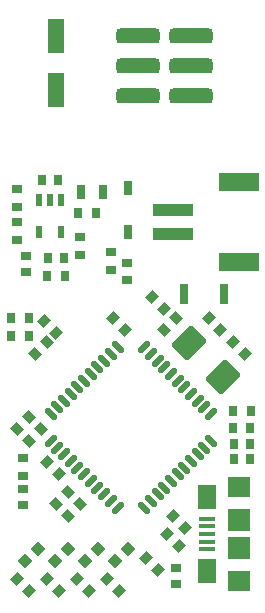
<source format=gtp>
G04 Layer_Color=8421504*
%FSLAX25Y25*%
%MOIN*%
G70*
G01*
G75*
%ADD10R,0.03543X0.03150*%
%ADD11R,0.03150X0.03543*%
G04:AMPARAMS|DCode=12|XSize=78.74mil|YSize=94.49mil|CornerRadius=7.87mil|HoleSize=0mil|Usage=FLASHONLY|Rotation=315.000|XOffset=0mil|YOffset=0mil|HoleType=Round|Shape=RoundedRectangle|*
%AMROUNDEDRECTD12*
21,1,0.07874,0.07874,0,0,315.0*
21,1,0.06299,0.09449,0,0,315.0*
1,1,0.01575,-0.00557,-0.05011*
1,1,0.01575,-0.05011,-0.00557*
1,1,0.01575,0.00557,0.05011*
1,1,0.01575,0.05011,0.00557*
%
%ADD12ROUNDEDRECTD12*%
%ADD13R,0.02165X0.04134*%
G04:AMPARAMS|DCode=14|XSize=21.65mil|YSize=51.18mil|CornerRadius=0mil|HoleSize=0mil|Usage=FLASHONLY|Rotation=135.000|XOffset=0mil|YOffset=0mil|HoleType=Round|Shape=Round|*
%AMOVALD14*
21,1,0.02953,0.02165,0.00000,0.00000,225.0*
1,1,0.02165,0.01044,0.01044*
1,1,0.02165,-0.01044,-0.01044*
%
%ADD14OVALD14*%

G04:AMPARAMS|DCode=15|XSize=21.65mil|YSize=51.18mil|CornerRadius=0mil|HoleSize=0mil|Usage=FLASHONLY|Rotation=225.000|XOffset=0mil|YOffset=0mil|HoleType=Round|Shape=Round|*
%AMOVALD15*
21,1,0.02953,0.02165,0.00000,0.00000,315.0*
1,1,0.02165,-0.01044,0.01044*
1,1,0.02165,0.01044,-0.01044*
%
%ADD15OVALD15*%

%ADD16R,0.03150X0.06693*%
G04:AMPARAMS|DCode=17|XSize=35.43mil|YSize=31.5mil|CornerRadius=0mil|HoleSize=0mil|Usage=FLASHONLY|Rotation=225.000|XOffset=0mil|YOffset=0mil|HoleType=Round|Shape=Rectangle|*
%AMROTATEDRECTD17*
4,1,4,0.00139,0.02366,0.02366,0.00139,-0.00139,-0.02366,-0.02366,-0.00139,0.00139,0.02366,0.0*
%
%ADD17ROTATEDRECTD17*%

G04:AMPARAMS|DCode=18|XSize=35.43mil|YSize=31.5mil|CornerRadius=0mil|HoleSize=0mil|Usage=FLASHONLY|Rotation=135.000|XOffset=0mil|YOffset=0mil|HoleType=Round|Shape=Rectangle|*
%AMROTATEDRECTD18*
4,1,4,0.02366,-0.00139,0.00139,-0.02366,-0.02366,0.00139,-0.00139,0.02366,0.02366,-0.00139,0.0*
%
%ADD18ROTATEDRECTD18*%

G04:AMPARAMS|DCode=19|XSize=50mil|YSize=144.88mil|CornerRadius=12.5mil|HoleSize=0mil|Usage=FLASHONLY|Rotation=270.000|XOffset=0mil|YOffset=0mil|HoleType=Round|Shape=RoundedRectangle|*
%AMROUNDEDRECTD19*
21,1,0.05000,0.11988,0,0,270.0*
21,1,0.02500,0.14488,0,0,270.0*
1,1,0.02500,-0.05994,-0.01250*
1,1,0.02500,-0.05994,0.01250*
1,1,0.02500,0.05994,0.01250*
1,1,0.02500,0.05994,-0.01250*
%
%ADD19ROUNDEDRECTD19*%
%ADD20R,0.13386X0.05905*%
%ADD21R,0.13780X0.03937*%
%ADD22R,0.07480X0.07480*%
%ADD23R,0.07480X0.07087*%
%ADD24R,0.06299X0.08268*%
%ADD25R,0.05315X0.01575*%
%ADD26R,0.05512X0.11811*%
%ADD27R,0.03150X0.04921*%
G04:AMPARAMS|DCode=28|XSize=37.4mil|YSize=35.43mil|CornerRadius=0mil|HoleSize=0mil|Usage=FLASHONLY|Rotation=315.000|XOffset=0mil|YOffset=0mil|HoleType=Round|Shape=Rectangle|*
%AMROTATEDRECTD28*
4,1,4,-0.02575,0.00070,-0.00070,0.02575,0.02575,-0.00070,0.00070,-0.02575,-0.02575,0.00070,0.0*
%
%ADD28ROTATEDRECTD28*%

%ADD29R,0.02756X0.04724*%
G04:AMPARAMS|DCode=30|XSize=33.47mil|YSize=31.5mil|CornerRadius=0mil|HoleSize=0mil|Usage=FLASHONLY|Rotation=135.000|XOffset=0mil|YOffset=0mil|HoleType=Round|Shape=Rectangle|*
%AMROTATEDRECTD30*
4,1,4,0.02297,-0.00070,0.00070,-0.02297,-0.02297,0.00070,-0.00070,0.02297,0.02297,-0.00070,0.0*
%
%ADD30ROTATEDRECTD30*%

%ADD31R,0.03150X0.03347*%
G04:AMPARAMS|DCode=32|XSize=33.47mil|YSize=31.5mil|CornerRadius=0mil|HoleSize=0mil|Usage=FLASHONLY|Rotation=225.000|XOffset=0mil|YOffset=0mil|HoleType=Round|Shape=Rectangle|*
%AMROTATEDRECTD32*
4,1,4,0.00070,0.02297,0.02297,0.00070,-0.00070,-0.02297,-0.02297,-0.00070,0.00070,0.02297,0.0*
%
%ADD32ROTATEDRECTD32*%

%ADD33R,0.03347X0.03150*%
D10*
X143700Y208547D02*
D03*
Y214453D02*
D03*
X138400Y217853D02*
D03*
Y211947D02*
D03*
X108872Y143426D02*
D03*
Y149332D02*
D03*
X107000Y227953D02*
D03*
Y222047D02*
D03*
Y238953D02*
D03*
Y233047D02*
D03*
X128000Y217047D02*
D03*
Y222953D02*
D03*
D11*
X133253Y231100D02*
D03*
X127347D02*
D03*
X184778Y159500D02*
D03*
X178872D02*
D03*
X184953Y165000D02*
D03*
X179047D02*
D03*
X110953Y190000D02*
D03*
X105047D02*
D03*
X110953Y196000D02*
D03*
X105047D02*
D03*
X122953Y210000D02*
D03*
X117047D02*
D03*
D12*
X164432Y187568D02*
D03*
X175568Y176432D02*
D03*
D13*
X121740Y224783D02*
D03*
X114260D02*
D03*
Y235216D02*
D03*
X118000D02*
D03*
X121740D02*
D03*
D14*
X140546Y132775D02*
D03*
X138319Y135002D02*
D03*
X136092Y137229D02*
D03*
X133864Y139456D02*
D03*
X131637Y141683D02*
D03*
X129410Y143910D02*
D03*
X127183Y146137D02*
D03*
X124956Y148364D02*
D03*
X122729Y150592D02*
D03*
X120502Y152819D02*
D03*
X118275Y155046D02*
D03*
X149454Y186225D02*
D03*
X151681Y183998D02*
D03*
X153908Y181771D02*
D03*
X156135Y179544D02*
D03*
X158363Y177317D02*
D03*
X160590Y175090D02*
D03*
X162817Y172863D02*
D03*
X165044Y170635D02*
D03*
X167271Y168408D02*
D03*
X169498Y166181D02*
D03*
X171725Y163954D02*
D03*
D15*
X118275Y163954D02*
D03*
X120502Y166181D02*
D03*
X122729Y168408D02*
D03*
X124956Y170635D02*
D03*
X127183Y172863D02*
D03*
X129410Y175090D02*
D03*
X131637Y177317D02*
D03*
X133864Y179544D02*
D03*
X136092Y181771D02*
D03*
X138319Y183998D02*
D03*
X140546Y186225D02*
D03*
X171725Y155046D02*
D03*
X169498Y152819D02*
D03*
X167271Y150592D02*
D03*
X165044Y148364D02*
D03*
X162817Y146137D02*
D03*
X160590Y143910D02*
D03*
X158363Y141683D02*
D03*
X156135Y139456D02*
D03*
X153908Y137229D02*
D03*
X151681Y135002D02*
D03*
X149454Y132775D02*
D03*
D16*
X176000Y204000D02*
D03*
X162614D02*
D03*
D17*
X136912Y109088D02*
D03*
X141088Y104912D02*
D03*
X126912Y109088D02*
D03*
X131088Y104912D02*
D03*
X116912Y109088D02*
D03*
X121088Y104912D02*
D03*
X106912Y109088D02*
D03*
X111088Y104912D02*
D03*
X149912Y116088D02*
D03*
X154088Y111912D02*
D03*
X156088Y198912D02*
D03*
X151912Y203088D02*
D03*
X163088Y125912D02*
D03*
X158912Y130088D02*
D03*
X161088Y119912D02*
D03*
X156912Y124088D02*
D03*
D18*
X111088Y163088D02*
D03*
X106912Y158912D02*
D03*
X110912Y154912D02*
D03*
X115088Y159088D02*
D03*
X128088Y134088D02*
D03*
X123912Y129912D02*
D03*
X119912Y133912D02*
D03*
X124088Y138088D02*
D03*
D19*
X147520Y290000D02*
D03*
Y280000D02*
D03*
Y270000D02*
D03*
X165000D02*
D03*
Y280000D02*
D03*
Y290000D02*
D03*
D20*
X180961Y214811D02*
D03*
Y241189D02*
D03*
D21*
X159110Y231937D02*
D03*
Y224063D02*
D03*
D22*
X181000Y128724D02*
D03*
Y119276D02*
D03*
D23*
Y139748D02*
D03*
Y108252D02*
D03*
D24*
X170370Y136205D02*
D03*
Y111795D02*
D03*
D25*
X170468Y118882D02*
D03*
Y121441D02*
D03*
Y129118D02*
D03*
Y126559D02*
D03*
X170468Y124000D02*
D03*
D26*
X120000Y290000D02*
D03*
Y272000D02*
D03*
D27*
X135740Y238000D02*
D03*
X128260D02*
D03*
D28*
X139842Y114842D02*
D03*
X144158Y119158D02*
D03*
X129842Y114842D02*
D03*
X134158Y119158D02*
D03*
X119843Y114842D02*
D03*
X124158Y119158D02*
D03*
X109843Y114842D02*
D03*
X114157Y119158D02*
D03*
D29*
X144000Y239283D02*
D03*
Y224716D02*
D03*
D30*
X159949Y195949D02*
D03*
X156051Y192051D02*
D03*
X113051Y184051D02*
D03*
X116949Y187949D02*
D03*
D31*
X184756Y154000D02*
D03*
X179244D02*
D03*
X179244Y149000D02*
D03*
X184756D02*
D03*
X122756Y216000D02*
D03*
X117244D02*
D03*
X120756Y242000D02*
D03*
X115244D02*
D03*
D32*
X119949Y191051D02*
D03*
X116051Y194949D02*
D03*
X170951Y195949D02*
D03*
X174849Y192051D02*
D03*
X183049Y183951D02*
D03*
X179151Y187849D02*
D03*
X120949Y144051D02*
D03*
X117051Y147949D02*
D03*
X142949Y192051D02*
D03*
X139051Y195949D02*
D03*
D33*
X108872Y133623D02*
D03*
Y139135D02*
D03*
X160000Y107244D02*
D03*
Y112756D02*
D03*
X110000Y211244D02*
D03*
Y216756D02*
D03*
M02*

</source>
